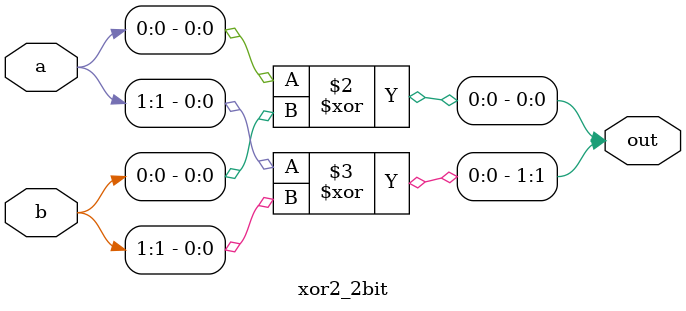
<source format=v>
/**
 * This is written by Zhiyang Ong
 * and Andrew Mattheisen 
 */


// Design of the 2-bit 2-input XOR gate
module xor2_2bit (a, b, out);
	// Output vector for the design module
	output [1:0] out;
	
	
	
	
	
	// Input signals for the design module
	// Input vector
	input [1:0] a;
	// Another input vector
	input [1:0] b;
	
	
	
	
	
	// Declare "reg" signals... that will be assigned values
	reg [1:0] out;
	// Declare "wire" signals...
	// Defining constants: parameter [name_of_constant] = value;
	
	
	// Carry out the XOR operation on the 2 2-bit inputs
	always @(*)
	begin
		out[0]=a[0]^b[0];
		out[1]=a[1]^b[1];
		
	end
	
	
endmodule



</source>
